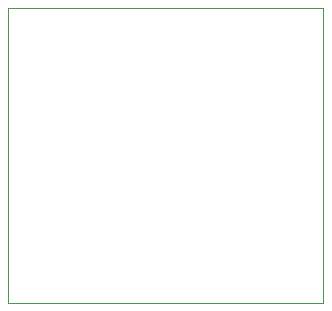
<source format=gbr>
%TF.GenerationSoftware,KiCad,Pcbnew,8.99.0-unknown-f907b58d17~178~ubuntu22.04.1*%
%TF.CreationDate,2024-06-08T22:31:25+05:30*%
%TF.ProjectId,HF-Pre-Amp,48462d50-7265-42d4-916d-702e6b696361,rev?*%
%TF.SameCoordinates,Original*%
%TF.FileFunction,Profile,NP*%
%FSLAX46Y46*%
G04 Gerber Fmt 4.6, Leading zero omitted, Abs format (unit mm)*
G04 Created by KiCad (PCBNEW 8.99.0-unknown-f907b58d17~178~ubuntu22.04.1) date 2024-06-08 22:31:25*
%MOMM*%
%LPD*%
G01*
G04 APERTURE LIST*
%TA.AperFunction,Profile*%
%ADD10C,0.100000*%
%TD*%
G04 APERTURE END LIST*
D10*
X85344000Y-93063000D02*
X112000600Y-93063000D01*
X112000600Y-118028000D01*
X85344000Y-118028000D01*
X85344000Y-93063000D01*
M02*

</source>
